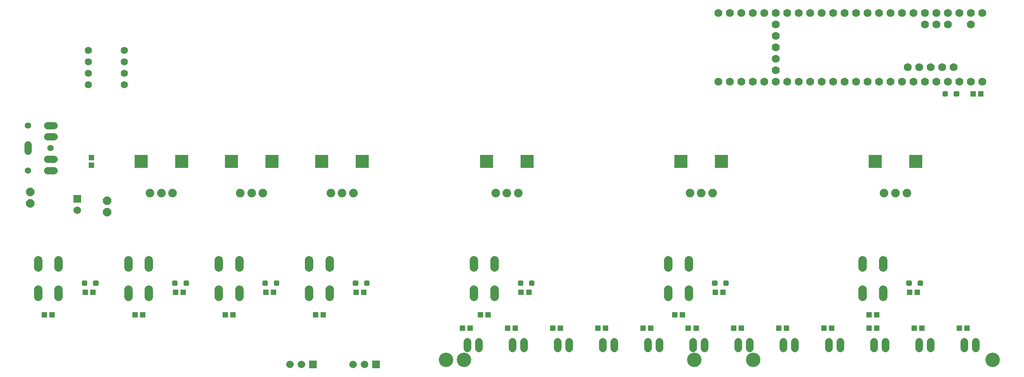
<source format=gbr>
G04 EAGLE Gerber RS-274X export*
G75*
%MOMM*%
%FSLAX34Y34*%
%LPD*%
%INSoldermask Top*%
%IPPOS*%
%AMOC8*
5,1,8,0,0,1.08239X$1,22.5*%
G01*
G04 Define Apertures*
%ADD10P,1.95198X8X112.5*%
%ADD11R,1.662800X1.662800*%
%ADD12C,1.662800*%
%ADD13C,1.612800*%
%ADD14C,1.403200*%
%ADD15C,1.662800*%
%ADD16R,1.203200X1.303200*%
%ADD17R,1.303200X1.203200*%
%ADD18C,1.912800*%
%ADD19R,3.003200X3.003200*%
%ADD20C,1.828800*%
%ADD21C,1.778000*%
%ADD22C,1.592800*%
%ADD23C,0.505344*%
%ADD24C,3.203200*%
D10*
X280000Y747300D03*
X280000Y772700D03*
X450000Y727300D03*
X450000Y752700D03*
D11*
X384300Y756900D03*
D12*
X384300Y731500D03*
D13*
X275000Y862952D02*
X275000Y877048D01*
X317952Y820000D02*
X332048Y820000D01*
X332048Y845000D02*
X317952Y845000D01*
X317952Y895000D02*
X332048Y895000D01*
X332048Y920000D02*
X317952Y920000D01*
D14*
X275000Y920000D03*
X325000Y870000D03*
X275000Y820000D03*
D15*
X1247300Y439596D02*
X1247300Y425000D01*
X1272700Y425000D02*
X1272700Y439596D01*
X2147300Y439596D02*
X2147300Y425000D01*
X2172700Y425000D02*
X2172700Y439596D01*
X2247300Y439596D02*
X2247300Y425000D01*
X2272700Y425000D02*
X2272700Y439596D01*
X2347300Y439596D02*
X2347300Y425000D01*
X2372700Y425000D02*
X2372700Y439596D01*
X1347300Y439596D02*
X1347300Y425000D01*
X1372700Y425000D02*
X1372700Y439596D01*
X1447300Y439596D02*
X1447300Y425000D01*
X1472700Y425000D02*
X1472700Y439596D01*
X1547300Y439596D02*
X1547300Y425000D01*
X1572700Y425000D02*
X1572700Y439596D01*
X1647300Y439596D02*
X1647300Y425000D01*
X1672700Y425000D02*
X1672700Y439596D01*
X1747300Y439596D02*
X1747300Y425000D01*
X1772700Y425000D02*
X1772700Y439596D01*
X1847300Y439596D02*
X1847300Y425000D01*
X1872700Y425000D02*
X1872700Y439596D01*
X1947300Y439596D02*
X1947300Y425000D01*
X1972700Y425000D02*
X1972700Y439596D01*
X2047300Y439596D02*
X2047300Y425000D01*
X2072700Y425000D02*
X2072700Y439596D01*
D16*
X311500Y500000D03*
X328500Y500000D03*
X1276500Y500000D03*
X1293500Y500000D03*
X1706500Y500000D03*
X1723500Y500000D03*
X2136500Y500000D03*
X2153500Y500000D03*
D12*
X854550Y390000D03*
X879950Y390000D03*
D11*
X905450Y390000D03*
D12*
X994550Y390000D03*
X1019950Y390000D03*
D11*
X1045450Y390000D03*
D16*
X1236500Y470000D03*
X1253500Y470000D03*
X1336500Y470000D03*
X1353500Y470000D03*
X1436500Y470000D03*
X1453500Y470000D03*
X1536500Y470000D03*
X1553500Y470000D03*
X1636500Y470000D03*
X1653500Y470000D03*
X511500Y500000D03*
X528500Y500000D03*
X1736500Y470000D03*
X1753500Y470000D03*
X1836500Y470000D03*
X1853500Y470000D03*
X1936500Y470000D03*
X1953500Y470000D03*
X2036500Y470000D03*
X2053500Y470000D03*
X2136500Y470000D03*
X2153500Y470000D03*
X2236500Y470000D03*
X2253500Y470000D03*
X2336500Y470000D03*
X2353500Y470000D03*
X711500Y500000D03*
X728500Y500000D03*
D17*
X415000Y848500D03*
X415000Y831500D03*
D18*
X545000Y770000D03*
X570000Y770000D03*
X595000Y770000D03*
D19*
X615000Y840000D03*
X525000Y840000D03*
D16*
X911500Y500000D03*
X928500Y500000D03*
D18*
X745000Y770000D03*
X770000Y770000D03*
X795000Y770000D03*
D19*
X815000Y840000D03*
X725000Y840000D03*
D18*
X945000Y770000D03*
X970000Y770000D03*
X995000Y770000D03*
D19*
X1015000Y840000D03*
X925000Y840000D03*
D18*
X1310000Y770000D03*
X1335000Y770000D03*
X1360000Y770000D03*
D19*
X1380000Y840000D03*
X1290000Y840000D03*
D18*
X1740000Y770000D03*
X1765000Y770000D03*
X1790000Y770000D03*
D19*
X1810000Y840000D03*
X1720000Y840000D03*
D18*
X2170000Y770000D03*
X2195000Y770000D03*
X2220000Y770000D03*
D19*
X2240000Y840000D03*
X2150000Y840000D03*
D20*
X297394Y555616D02*
X297394Y539360D01*
X342606Y539360D02*
X342606Y555616D01*
X297394Y604384D02*
X297394Y620640D01*
X342606Y620640D02*
X342606Y604384D01*
X497394Y555616D02*
X497394Y539360D01*
X542606Y539360D02*
X542606Y555616D01*
X497394Y604384D02*
X497394Y620640D01*
X542606Y620640D02*
X542606Y604384D01*
X697394Y555616D02*
X697394Y539360D01*
X742606Y539360D02*
X742606Y555616D01*
X697394Y604384D02*
X697394Y620640D01*
X742606Y620640D02*
X742606Y604384D01*
X897394Y555616D02*
X897394Y539360D01*
X942606Y539360D02*
X942606Y555616D01*
X897394Y604384D02*
X897394Y620640D01*
X942606Y620640D02*
X942606Y604384D01*
X1262394Y555616D02*
X1262394Y539360D01*
X1307606Y539360D02*
X1307606Y555616D01*
X1262394Y604384D02*
X1262394Y620640D01*
X1307606Y620640D02*
X1307606Y604384D01*
X1692394Y555616D02*
X1692394Y539360D01*
X1737606Y539360D02*
X1737606Y555616D01*
X1692394Y604384D02*
X1692394Y620640D01*
X1737606Y620640D02*
X1737606Y604384D01*
X2122394Y555616D02*
X2122394Y539360D01*
X2167606Y539360D02*
X2167606Y555616D01*
X2122394Y604384D02*
X2122394Y620640D01*
X2167606Y620640D02*
X2167606Y604384D01*
D21*
X2336274Y1017222D03*
X2310874Y1017222D03*
X2285474Y1017222D03*
X2260074Y1017222D03*
X2234674Y1017222D03*
X2209274Y1017222D03*
X2183874Y1017222D03*
X2158474Y1017222D03*
X2133074Y1017222D03*
X2107674Y1017222D03*
X2082274Y1017222D03*
X2056874Y1017222D03*
X2056874Y1169622D03*
X2082274Y1169622D03*
X2107674Y1169622D03*
X2133074Y1169622D03*
X2158474Y1169622D03*
X2183874Y1169622D03*
X2209274Y1169622D03*
X2234674Y1169622D03*
X2260074Y1169622D03*
X2285474Y1169622D03*
X2310874Y1169622D03*
X2361674Y1017222D03*
X2336274Y1169622D03*
X2361674Y1169622D03*
X2387074Y1017222D03*
X2387074Y1169622D03*
X2031474Y1017222D03*
X2031474Y1169622D03*
X2006074Y1017222D03*
X1980674Y1017222D03*
X1955274Y1017222D03*
X1929874Y1017222D03*
X1904474Y1017222D03*
X1879074Y1017222D03*
X1853674Y1017222D03*
X1828274Y1017222D03*
X1802874Y1017222D03*
X1802874Y1169622D03*
X1828274Y1169622D03*
X1853674Y1169622D03*
X1879074Y1169622D03*
X1904474Y1169622D03*
X1929874Y1169622D03*
X1955274Y1169622D03*
X1980674Y1169622D03*
X2006074Y1169622D03*
X1929874Y1042622D03*
X1929874Y1093422D03*
X1929874Y1118822D03*
X1929874Y1068022D03*
X1929874Y1144222D03*
X2361674Y1144222D03*
X2310874Y1144222D03*
X2285474Y1144222D03*
X2260074Y1144222D03*
X2323574Y1048972D03*
X2298174Y1048972D03*
X2272774Y1048972D03*
X2247374Y1048972D03*
X2221974Y1048972D03*
D22*
X488000Y1010300D03*
X488000Y1035700D03*
X488000Y1061100D03*
X488000Y1086500D03*
X408600Y1086500D03*
X408600Y1061100D03*
X408600Y1035700D03*
X408600Y1010300D03*
D23*
X621510Y573490D02*
X621510Y566510D01*
X621510Y573490D02*
X628490Y573490D01*
X628490Y566510D01*
X621510Y566510D01*
X621510Y571310D02*
X628490Y571310D01*
X596510Y573490D02*
X596510Y566510D01*
X596510Y573490D02*
X603490Y573490D01*
X603490Y566510D01*
X596510Y566510D01*
X596510Y571310D02*
X603490Y571310D01*
D16*
X601500Y550000D03*
X618500Y550000D03*
D23*
X421510Y566510D02*
X421510Y573490D01*
X428490Y573490D01*
X428490Y566510D01*
X421510Y566510D01*
X421510Y571310D02*
X428490Y571310D01*
X396510Y573490D02*
X396510Y566510D01*
X396510Y573490D02*
X403490Y573490D01*
X403490Y566510D01*
X396510Y566510D01*
X396510Y571310D02*
X403490Y571310D01*
D16*
X401500Y550000D03*
X418500Y550000D03*
D23*
X821510Y566510D02*
X821510Y573490D01*
X828490Y573490D01*
X828490Y566510D01*
X821510Y566510D01*
X821510Y571310D02*
X828490Y571310D01*
X796510Y573490D02*
X796510Y566510D01*
X796510Y573490D02*
X803490Y573490D01*
X803490Y566510D01*
X796510Y566510D01*
X796510Y571310D02*
X803490Y571310D01*
D16*
X801500Y550000D03*
X818500Y550000D03*
D23*
X1021510Y566510D02*
X1021510Y573490D01*
X1028490Y573490D01*
X1028490Y566510D01*
X1021510Y566510D01*
X1021510Y571310D02*
X1028490Y571310D01*
X996510Y573490D02*
X996510Y566510D01*
X996510Y573490D02*
X1003490Y573490D01*
X1003490Y566510D01*
X996510Y566510D01*
X996510Y571310D02*
X1003490Y571310D01*
D16*
X1001500Y550000D03*
X1018500Y550000D03*
D23*
X1386510Y566510D02*
X1386510Y573490D01*
X1393490Y573490D01*
X1393490Y566510D01*
X1386510Y566510D01*
X1386510Y571310D02*
X1393490Y571310D01*
X1361510Y573490D02*
X1361510Y566510D01*
X1361510Y573490D02*
X1368490Y573490D01*
X1368490Y566510D01*
X1361510Y566510D01*
X1361510Y571310D02*
X1368490Y571310D01*
D16*
X1366500Y550000D03*
X1383500Y550000D03*
D23*
X1816510Y566510D02*
X1816510Y573490D01*
X1823490Y573490D01*
X1823490Y566510D01*
X1816510Y566510D01*
X1816510Y571310D02*
X1823490Y571310D01*
X1791510Y573490D02*
X1791510Y566510D01*
X1791510Y573490D02*
X1798490Y573490D01*
X1798490Y566510D01*
X1791510Y566510D01*
X1791510Y571310D02*
X1798490Y571310D01*
D16*
X1796500Y550000D03*
X1813500Y550000D03*
D23*
X2246510Y566510D02*
X2246510Y573490D01*
X2253490Y573490D01*
X2253490Y566510D01*
X2246510Y566510D01*
X2246510Y571310D02*
X2253490Y571310D01*
X2221510Y573490D02*
X2221510Y566510D01*
X2221510Y573490D02*
X2228490Y573490D01*
X2228490Y566510D01*
X2221510Y566510D01*
X2221510Y571310D02*
X2228490Y571310D01*
D16*
X2226500Y550000D03*
X2243500Y550000D03*
D23*
X2326510Y986510D02*
X2326510Y993490D01*
X2333490Y993490D01*
X2333490Y986510D01*
X2326510Y986510D01*
X2326510Y991310D02*
X2333490Y991310D01*
X2301510Y993490D02*
X2301510Y986510D01*
X2301510Y993490D02*
X2308490Y993490D01*
X2308490Y986510D01*
X2301510Y986510D01*
X2301510Y991310D02*
X2308490Y991310D01*
D16*
X2366500Y990000D03*
X2383500Y990000D03*
D24*
X1200000Y400000D03*
X1240000Y400000D03*
X1750000Y400000D03*
X2410000Y400000D03*
X1880000Y400000D03*
M02*

</source>
